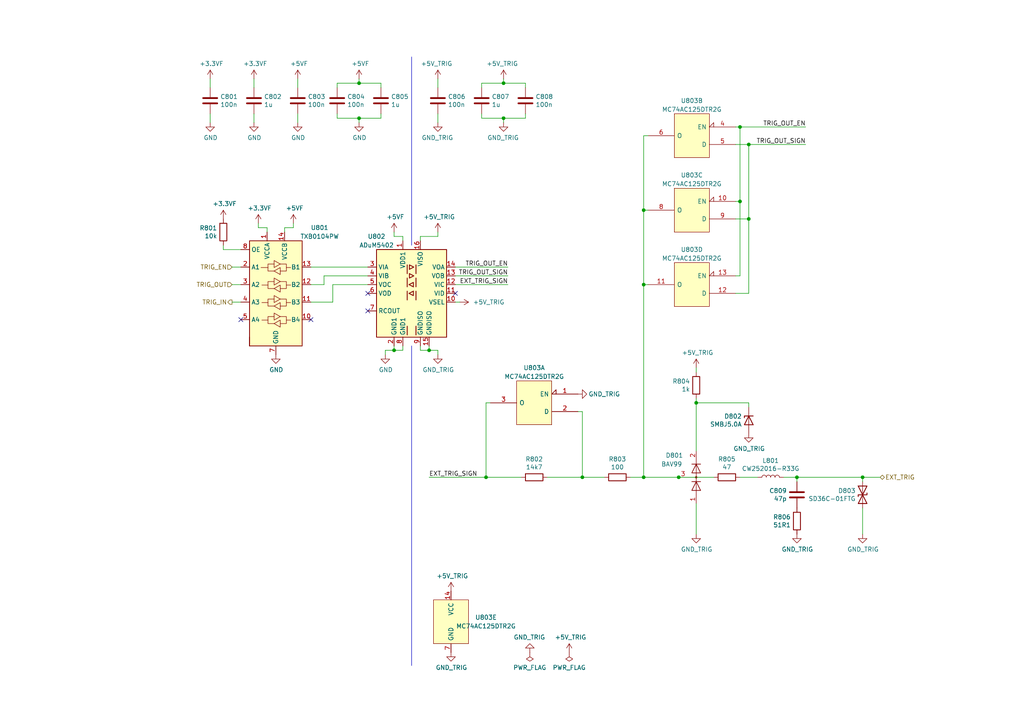
<source format=kicad_sch>
(kicad_sch (version 20230121) (generator eeschema)
  (paper "A4")
  (title_block (title "Trigger") (date "2020-03-07") (rev "1.00"))
  (lib_symbols
    (symbol "Device:C" (pin_numbers hide) (pin_names (offset 0.254))
      (property "Reference" "C" (at 0.635 2.54 0))
      (property "Value" "C" (at 0.635 -2.54 0))
      (symbol "C_0_1"
        (polyline (pts (xy -2.032 -0.762) (xy 2.032 -0.762)) (stroke (width 0.508)))
        (polyline (pts (xy -2.032 0.762) (xy 2.032 0.762)) (stroke (width 0.508)))
      )
      (symbol "C_1_1"
        (pin passive line (at 0 3.81 270) (length 2.794) (name "~") (number "1"))
        (pin passive line (at 0 -3.81 90) (length 2.794) (name "~") (number "2"))
      )
    )
    (symbol "Device:D_TVS" (pin_numbers hide) (pin_names (offset 1.016) hide)
      (property "Reference" "D" (at 0 2.54 0))
      (property "Value" "D_TVS" (at 0 -2.54 0))
      (symbol "D_TVS_0_1"
        (polyline (pts (xy 1.27 0) (xy -1.27 0)))
        (polyline (pts (xy 0.508 1.27) (xy 0 1.27) (xy 0 -1.27) (xy -0.508 -1.27)) (stroke (width 0.254)))
        (polyline (pts (xy -2.54 1.27) (xy -2.54 -1.27) (xy 2.54 1.27) (xy 2.54 -1.27) (xy -2.54 1.27)) (stroke (width 0.254)))
      )
      (symbol "D_TVS_1_1"
        (pin passive line (at -3.81 0 0) (length 2.54) (name "A1") (number "1"))
        (pin passive line (at 3.81 0 180) (length 2.54) (name "A2") (number "2"))
      )
    )
    (symbol "Device:D_Zener" (pin_numbers hide) (pin_names (offset 1.016) hide)
      (property "Reference" "D" (at 0 2.54 0))
      (property "Value" "D_Zener" (at 0 -2.54 0))
      (symbol "D_Zener_0_1"
        (polyline (pts (xy 1.27 0) (xy -1.27 0)))
        (polyline (pts (xy -1.27 -1.27) (xy -1.27 1.27) (xy -0.762 1.27)) (stroke (width 0.254)))
        (polyline (pts (xy 1.27 -1.27) (xy 1.27 1.27) (xy -1.27 0) (xy 1.27 -1.27)) (stroke (width 0.254)))
      )
      (symbol "D_Zener_1_1"
        (pin passive line (at -3.81 0 0) (length 2.54) (name "K") (number "1"))
        (pin passive line (at 3.81 0 180) (length 2.54) (name "A") (number "2"))
      )
    )
    (symbol "Device:L" (pin_numbers hide) (pin_names (offset 1.016) hide)
      (property "Reference" "L" (at -1.27 0 90))
      (property "Value" "L" (at 1.905 0 90))
      (symbol "L_0_1"
        (arc (start 0 -2.54) (mid 0.6323 -1.905) (end 0 -1.27))
        (arc (start 0 -1.27) (mid 0.6323 -0.635) (end 0 0))
        (arc (start 0 0) (mid 0.6323 0.635) (end 0 1.27))
        (arc (start 0 1.27) (mid 0.6323 1.905) (end 0 2.54))
      )
      (symbol "L_1_1"
        (pin passive line (at 0 3.81 270) (length 1.27) (name "1") (number "1"))
        (pin passive line (at 0 -3.81 90) (length 1.27) (name "2") (number "2"))
      )
    )
    (symbol "Device:R" (pin_numbers hide) (pin_names (offset 0))
      (property "Reference" "R" (at 2.032 0 90))
      (property "Value" "R" (at 0 0 90))
      (symbol "R_0_1"
        (rectangle (start -1.016 -2.54) (end 1.016 2.54) (stroke (width 0.254)))
      )
      (symbol "R_1_1"
        (pin passive line (at 0 3.81 270) (length 1.27) (name "~") (number "1"))
        (pin passive line (at 0 -3.81 90) (length 1.27) (name "~") (number "2"))
      )
    )
    (symbol "Diode:BAV99" (pin_names hide)
      (property "Reference" "D" (at 0 5.08 0))
      (property "Value" "BAV99" (at 0 2.54 0))
      (symbol "BAV99_0_1"
        (polyline (pts (xy -5.08 0) (xy 5.08 0)))
      )
      (symbol "BAV99_1_1"
        (polyline (pts (xy 0 0) (xy 0 -2.54)))
        (polyline (pts (xy -1.27 -1.27) (xy -1.27 1.27) (xy -1.27 1.27)) (stroke (width 0.2032)))
        (polyline (pts (xy 3.81 1.27) (xy 3.81 -1.27) (xy 3.81 -1.27)) (stroke (width 0.2032)))
        (polyline (pts (xy -3.81 1.27) (xy -1.27 0) (xy -3.81 -1.27) (xy -3.81 1.27) (xy -3.81 1.27) (xy -3.81 1.27)) (stroke (width 0.2032)))
        (polyline (pts (xy 1.27 1.27) (xy 3.81 0) (xy 1.27 -1.27) (xy 1.27 1.27) (xy 1.27 1.27) (xy 1.27 1.27)) (stroke (width 0.2032)))
        (circle (center 0 0) (radius 0.254) (fill (type outline)))
        (pin passive line (at -7.62 0 0) (length 2.54) (name "K") (number "1"))
        (pin passive line (at 7.62 0 180) (length 2.54) (name "A") (number "2"))
        (pin passive line (at 0 -5.08 90) (length 2.54) (name "K") (number "3"))
      )
    )
    (symbol "ETH1CDMM2-rescue:TXB0104PW-Logic_LevelTranslator"
      (property "Reference" "U" (at -6.35 16.51 0))
      (property "Value" "Logic_LevelTranslator_TXB0104PW" (at 3.81 16.51 0))
      (symbol "TXB0104PW-Logic_LevelTranslator_0_1"
        (rectangle (start -7.62 -15.24) (end -7.62 -12.7) (stroke (width 0.254)))
        (rectangle (start -7.62 15.24) (end 7.62 -15.24) (stroke (width 0.254)) (fill (type background)))
        (polyline (pts (xy -2.286 -7.747) (xy -2.286 -6.731) (xy -0.508 -6.731)))
        (polyline (pts (xy -2.286 -2.667) (xy -2.286 -1.651) (xy -0.508 -1.651)))
        (polyline (pts (xy -2.286 2.413) (xy -2.286 3.429) (xy -0.508 3.429)))
        (polyline (pts (xy -2.286 7.493) (xy -2.286 8.509) (xy -0.508 8.509)))
        (polyline (pts (xy 3.048 -7.747) (xy 3.048 -8.763) (xy 1.27 -8.763)))
        (polyline (pts (xy 3.048 -2.667) (xy 3.048 -3.683) (xy 1.27 -3.683)))
        (polyline (pts (xy 3.048 2.413) (xy 3.048 1.397) (xy 1.27 1.397)))
        (polyline (pts (xy 3.048 7.493) (xy 3.048 6.477) (xy 1.27 6.477)))
        (polyline (pts (xy -0.508 -8.763) (xy -2.286 -8.763) (xy -2.286 -7.747) (xy -4.064 -7.747)))
        (polyline (pts (xy -0.508 -8.763) (xy 1.27 -7.747) (xy 1.27 -9.779) (xy -0.508 -8.763)))
        (polyline (pts (xy -0.508 -3.683) (xy -2.286 -3.683) (xy -2.286 -2.667) (xy -4.064 -2.667)))
        (polyline (pts (xy -0.508 -3.683) (xy 1.27 -2.667) (xy 1.27 -4.699) (xy -0.508 -3.683)))
        (polyline (pts (xy -0.508 1.397) (xy -2.286 1.397) (xy -2.286 2.413) (xy -4.064 2.413)))
        (polyline (pts (xy -0.508 1.397) (xy 1.27 2.413) (xy 1.27 0.381) (xy -0.508 1.397)))
        (polyline (pts (xy -0.508 6.477) (xy -2.286 6.477) (xy -2.286 7.493) (xy -4.318 7.493)))
        (polyline (pts (xy -0.508 6.477) (xy 1.27 7.493) (xy 1.27 5.461) (xy -0.508 6.477)))
        (polyline (pts (xy 1.27 -6.731) (xy -0.508 -7.747) (xy -0.508 -5.715) (xy 1.27 -6.731)))
        (polyline (pts (xy 1.27 -6.731) (xy 3.048 -6.731) (xy 3.048 -7.747) (xy 4.318 -7.747)))
        (polyline (pts (xy 1.27 -1.651) (xy -0.508 -2.667) (xy -0.508 -0.635) (xy 1.27 -1.651)))
        (polyline (pts (xy 1.27 -1.651) (xy 3.048 -1.651) (xy 3.048 -2.667) (xy 4.318 -2.667)))
        (polyline (pts (xy 1.27 3.429) (xy -0.508 2.413) (xy -0.508 4.445) (xy 1.27 3.429)))
        (polyline (pts (xy 1.27 3.429) (xy 3.048 3.429) (xy 3.048 2.413) (xy 4.318 2.413)))
        (polyline (pts (xy 1.27 8.509) (xy -0.508 7.493) (xy -0.508 9.525) (xy 1.27 8.509)))
        (polyline (pts (xy 1.27 8.509) (xy 3.048 8.509) (xy 3.048 7.493) (xy 4.318 7.493)))
      )
      (symbol "TXB0104PW-Logic_LevelTranslator_1_1"
        (pin power_in line (at -2.54 17.78 270) (length 2.54) (name "VCCA") (number "1"))
        (pin bidirectional line (at 10.16 -7.62 180) (length 2.54) (name "B4") (number "10"))
        (pin bidirectional line (at 10.16 -2.54 180) (length 2.54) (name "B3") (number "11"))
        (pin bidirectional line (at 10.16 2.54 180) (length 2.54) (name "B2") (number "12"))
        (pin bidirectional line (at 10.16 7.62 180) (length 2.54) (name "B1") (number "13"))
        (pin power_in line (at 2.54 17.78 270) (length 2.54) (name "VCCB") (number "14"))
        (pin bidirectional line (at -10.16 7.62 0) (length 2.54) (name "A1") (number "2"))
        (pin bidirectional line (at -10.16 2.54 0) (length 2.54) (name "A2") (number "3"))
        (pin bidirectional line (at -10.16 -2.54 0) (length 2.54) (name "A3") (number "4"))
        (pin bidirectional line (at -10.16 -7.62 0) (length 2.54) (name "A4") (number "5"))
        (pin no_connect line (at -10.16 -12.7 0) (length 2.54) hide (name "NC") (number "6"))
        (pin power_in line (at 0 -17.78 90) (length 2.54) (name "GND") (number "7"))
        (pin input line (at -10.16 12.7 0) (length 2.54) (name "OE") (number "8"))
        (pin no_connect line (at 10.16 -12.7 180) (length 2.54) hide (name "NC") (number "9"))
      )
    )
    (symbol "ETH1CDMM2:+3.3VF" (power) (pin_names (offset 0))
      (property "Value" "+3.3VF" (at 0 3.556 0))
      (symbol "+3.3VF_0_1"
        (polyline (pts (xy -0.762 1.27) (xy 0 2.54)))
        (polyline (pts (xy 0 0) (xy 0 2.54)))
        (polyline (pts (xy 0 2.54) (xy 0.762 1.27)))
      )
      (symbol "+3.3VF_1_1"
        (pin power_in line (at 0 0 90) (length 0) hide (name "+3.3VF") (number "1"))
      )
    )
    (symbol "ETH1CDMM2:+5VF" (power) (pin_names (offset 0))
      (property "Value" "+5VF" (at 0 3.556 0))
      (symbol "+5VF_0_1"
        (polyline (pts (xy -0.762 1.27) (xy 0 2.54)))
        (polyline (pts (xy 0 0) (xy 0 2.54)))
        (polyline (pts (xy 0 2.54) (xy 0.762 1.27)))
      )
      (symbol "+5VF_1_1"
        (pin power_in line (at 0 0 90) (length 0) hide (name "+5VF") (number "1"))
      )
    )
    (symbol "ETH1CDMM2:+5V_TRIG" (power) (pin_names (offset 0))
      (property "Value" "+5V_TRIG" (at 0 3.556 0))
      (symbol "+5V_TRIG_0_1"
        (polyline (pts (xy -0.762 1.27) (xy 0 2.54)))
        (polyline (pts (xy 0 0) (xy 0 2.54)))
        (polyline (pts (xy 0 2.54) (xy 0.762 1.27)))
      )
      (symbol "+5V_TRIG_1_1"
        (pin power_in line (at 0 0 90) (length 0) hide (name "+5V_TRIG") (number "1"))
      )
    )
    (symbol "ETH1CDMM2:74AC125" (pin_names (offset 0.762))
      (property "Reference" "U" (at 8.89 6.35 0))
      (property "Value" "74AC125" (at 6.35 5.08 0))
      (symbol "74AC125_0_1"
        (rectangle (start -5.08 6.35) (end 5.08 -6.35) (fill (type background)))
      )
      (symbol "74AC125_1_0"
        (pin input input_low (at -12.7 2.54 0) (length 7.62) (name "EN") (number "1"))
      )
      (symbol "74AC125_1_1"
        (pin input line (at -12.7 -2.54 0) (length 7.62) (name "D") (number "2"))
        (pin tri_state line (at 12.7 0 180) (length 7.62) (name "O") (number "3"))
      )
      (symbol "74AC125_2_0"
        (pin input input_low (at -12.7 2.54 0) (length 7.62) (name "EN") (number "4"))
      )
      (symbol "74AC125_2_1"
        (pin input line (at -12.7 -2.54 0) (length 7.62) (name "D") (number "5"))
        (pin tri_state line (at 12.7 0 180) (length 7.62) (name "O") (number "6"))
      )
      (symbol "74AC125_3_0"
        (pin input input_low (at -12.7 2.54 0) (length 7.62) (name "EN") (number "10"))
      )
      (symbol "74AC125_3_1"
        (pin tri_state line (at 12.7 0 180) (length 7.62) (name "O") (number "8"))
        (pin input line (at -12.7 -2.54 0) (length 7.62) (name "D") (number "9"))
      )
      (symbol "74AC125_4_0"
        (pin input input_low (at -12.7 2.54 0) (length 7.62) (name "EN") (number "13"))
      )
      (symbol "74AC125_4_1"
        (pin tri_state line (at 12.7 0 180) (length 7.62) (name "O") (number "11"))
        (pin input line (at -12.7 -2.54 0) (length 7.62) (name "D") (number "12"))
      )
      (symbol "74AC125_5_1"
        (pin passive line (at 0 8.89 270) (length 2.54) (name "VCC") (number "14"))
        (pin passive line (at 0 -8.89 90) (length 2.54) (name "GND") (number "7"))
      )
    )
    (symbol "ETH1CDMM2:GND_TRIG" (power) (pin_names (offset 0))
      (property "Value" "GND_TRIG" (at 0 -3.81 0))
      (symbol "GND_TRIG_0_1"
        (polyline (pts (xy 0 0) (xy 0 -1.27) (xy 1.27 -1.27) (xy 0 -2.54) (xy -1.27 -1.27) (xy 0 -1.27)))
      )
      (symbol "GND_TRIG_1_1"
        (pin power_in line (at 0 0 270) (length 0) hide (name "GND_TRIG") (number "1"))
      )
    )
    (symbol "Isolator:ADuM5402"
      (property "Reference" "U" (at -10.16 13.97 0))
      (property "Value" "ADuM5402" (at 3.81 13.97 0))
      (symbol "ADuM5402_0_1"
        (rectangle (start -10.16 12.7) (end 10.16 -12.7) (stroke (width 0.254)) (fill (type background)))
        (polyline (pts (xy -1.27 -9.525) (xy -1.27 -12.065)) (stroke (width 0.254)))
        (polyline (pts (xy -1.27 0.635) (xy -1.27 -1.905)) (stroke (width 0.254)))
        (polyline (pts (xy -1.27 4.445) (xy -1.27 1.905)) (stroke (width 0.254)))
        (polyline (pts (xy -1.27 8.255) (xy -1.27 5.715)) (stroke (width 0.254)))
        (polyline (pts (xy 1.27 -9.525) (xy 1.27 -12.065)) (stroke (width 0.254)))
        (polyline (pts (xy 1.27 0.635) (xy 1.27 -1.905)) (stroke (width 0.254)))
        (polyline (pts (xy 1.27 4.445) (xy 1.27 1.905)) (stroke (width 0.254)))
        (polyline (pts (xy 1.27 8.255) (xy 1.27 5.715)) (stroke (width 0.254)))
        (polyline (pts (xy -0.635 5.715) (xy -0.635 4.445) (xy 0.635 5.08) (xy -0.635 5.715)) (stroke (width 0.254)))
        (polyline (pts (xy -0.635 6.985) (xy 0.635 7.62) (xy -0.635 8.255) (xy -0.635 6.985)) (stroke (width 0.254)))
        (polyline (pts (xy 0.508 0.635) (xy 0.508 -0.635) (xy -0.762 0) (xy 0.508 0.635)) (stroke (width 0.254)))
        (polyline (pts (xy 0.508 1.905) (xy -0.762 2.54) (xy 0.508 3.175) (xy 0.508 1.905)) (stroke (width 0.254)))
      )
      (symbol "ADuM5402_1_1"
        (pin power_in line (at -2.54 15.24 270) (length 2.54) (name "VDD1") (number "1"))
        (pin input line (at 12.7 -2.54 180) (length 2.54) (name "VSEL") (number "10"))
        (pin input line (at 12.7 0 180) (length 2.54) (name "VID") (number "11"))
        (pin input line (at 12.7 2.54 180) (length 2.54) (name "VIC") (number "12"))
        (pin output line (at 12.7 5.08 180) (length 2.54) (name "VOB") (number "13"))
        (pin output line (at 12.7 7.62 180) (length 2.54) (name "VOA") (number "14"))
        (pin power_in line (at 5.08 -15.24 90) (length 2.54) (name "GNDISO") (number "15"))
        (pin power_in line (at 2.54 15.24 270) (length 2.54) (name "VISO") (number "16"))
        (pin power_in line (at -5.08 -15.24 90) (length 2.54) (name "GND1") (number "2"))
        (pin input line (at -12.7 7.62 0) (length 2.54) (name "VIA") (number "3"))
        (pin input line (at -12.7 5.08 0) (length 2.54) (name "VIB") (number "4"))
        (pin output line (at -12.7 2.54 0) (length 2.54) (name "VOC") (number "5"))
        (pin output line (at -12.7 0 0) (length 2.54) (name "VOD") (number "6"))
        (pin output line (at -12.7 -5.08 0) (length 2.54) (name "RCOUT") (number "7"))
        (pin power_in line (at -2.54 -15.24 90) (length 2.54) (name "GND1") (number "8"))
        (pin power_in line (at 2.54 -15.24 90) (length 2.54) (name "GNDISO") (number "9"))
      )
    )
    (symbol "power:GND" (power) (pin_names (offset 0))
      (property "Value" "GND" (at 0 -3.81 0))
      (symbol "GND_0_1"
        (polyline (pts (xy 0 0) (xy 0 -1.27) (xy 1.27 -1.27) (xy 0 -2.54) (xy -1.27 -1.27) (xy 0 -1.27)))
      )
      (symbol "GND_1_1"
        (pin power_in line (at 0 0 270) (length 0) hide (name "GND") (number "1"))
      )
    )
    (symbol "power:PWR_FLAG" (power) (pin_numbers hide) (pin_names (offset 0) hide)
      (property "Value" "PWR_FLAG" (at 0 3.81 0))
      (symbol "PWR_FLAG_0_0"
        (pin power_out line (at 0 0 90) (length 0) (name "pwr") (number "1"))
      )
      (symbol "PWR_FLAG_0_1"
        (polyline (pts (xy 0 0) (xy 0 1.27) (xy -1.016 1.905) (xy 0 2.54) (xy 1.016 1.905) (xy 0 1.27)))
      )
    )
  )
  (junction (at 196.85 138.43))
  (junction (at 168.91 138.43))
  (junction (at 104.14 34.29))
  (junction (at 114.3 101.6))
  (junction (at 201.93 116.84))
  (junction (at 146.05 34.29))
  (junction (at 250.19 138.43))
  (junction (at 186.69 60.96))
  (junction (at 186.69 138.43))
  (junction (at 217.17 63.5))
  (junction (at 146.05 24.13))
  (junction (at 214.63 36.83))
  (junction (at 124.46 101.6))
  (junction (at 140.97 138.43))
  (junction (at 231.14 138.43))
  (junction (at 186.69 82.55))
  (junction (at 104.14 24.13))
  (junction (at 217.17 41.91))
  (junction (at 214.63 58.42))
  (no_connect (at 90.17 92.71))
  (no_connect (at 69.85 92.71))
  (no_connect (at 132.08 85.09))
  (no_connect (at 106.68 90.17))
  (no_connect (at 106.68 85.09))
  (wire (pts (xy 60.96 25.4) (xy 60.96 22.86)))
  (wire (pts (xy 110.49 25.4) (xy 110.49 24.13)))
  (wire (pts (xy 90.17 87.63) (xy 96.52 87.63)))
  (wire (pts (xy 250.19 139.7) (xy 250.19 138.43)))
  (wire (pts (xy 140.97 116.84) (xy 142.24 116.84)))
  (wire (pts (xy 152.4 24.13) (xy 152.4 25.4)))
  (wire (pts (xy 121.92 101.6) (xy 124.46 101.6)))
  (wire (pts (xy 116.84 68.58) (xy 114.3 68.58)))
  (wire (pts (xy 110.49 24.13) (xy 104.14 24.13)))
  (wire (pts (xy 77.47 67.31) (xy 77.47 66.04)))
  (wire (pts (xy 93.98 82.55) (xy 90.17 82.55)))
  (wire (pts (xy 111.76 101.6) (xy 114.3 101.6)))
  (wire (pts (xy 127 101.6) (xy 127 102.87)))
  (wire (pts (xy 82.55 66.04) (xy 85.09 66.04)))
  (wire (pts (xy 67.31 87.63) (xy 69.85 87.63)))
  (wire (pts (xy 140.97 138.43) (xy 124.46 138.43)))
  (wire (pts (xy 114.3 68.58) (xy 114.3 67.31)))
  (wire (pts (xy 82.55 67.31) (xy 82.55 66.04)))
  (wire (pts (xy 133.35 87.63) (xy 132.08 87.63)))
  (wire (pts (xy 104.14 24.13) (xy 97.79 24.13)))
  (wire (pts (xy 93.98 80.01) (xy 93.98 82.55)))
  (wire (pts (xy 147.32 82.55) (xy 132.08 82.55)))
  (wire (pts (xy 60.96 35.56) (xy 60.96 33.02)))
  (wire (pts (xy 227.33 138.43) (xy 231.14 138.43)))
  (wire (pts (xy 168.91 138.43) (xy 175.26 138.43)))
  (wire (pts (xy 111.76 102.87) (xy 111.76 101.6)))
  (wire (pts (xy 217.17 116.84) (xy 201.93 116.84)))
  (wire (pts (xy 214.63 80.01) (xy 214.63 58.42)))
  (wire (pts (xy 64.77 72.39) (xy 64.77 71.12)))
  (wire (pts (xy 73.66 22.86) (xy 73.66 25.4)))
  (wire (pts (xy 250.19 138.43) (xy 231.14 138.43)))
  (wire (pts (xy 217.17 41.91) (xy 217.17 63.5)))
  (wire (pts (xy 86.36 33.02) (xy 86.36 35.56)))
  (wire (pts (xy 110.49 34.29) (xy 104.14 34.29)))
  (wire (pts (xy 127 68.58) (xy 121.92 68.58)))
  (wire (pts (xy 146.05 35.56) (xy 146.05 34.29)))
  (wire (pts (xy 167.64 119.38) (xy 168.91 119.38)))
  (wire (pts (xy 213.36 58.42) (xy 214.63 58.42)))
  (wire (pts (xy 201.93 146.05) (xy 201.93 154.94)))
  (wire (pts (xy 121.92 68.58) (xy 121.92 69.85)))
  (wire (pts (xy 186.69 60.96) (xy 186.69 82.55)))
  (wire (pts (xy 186.69 39.37) (xy 186.69 60.96)))
  (wire (pts (xy 86.36 22.86) (xy 86.36 25.4)))
  (wire (pts (xy 140.97 138.43) (xy 140.97 116.84)))
  (wire (pts (xy 85.09 66.04) (xy 85.09 64.77)))
  (wire (pts (xy 152.4 34.29) (xy 152.4 33.02)))
  (wire (pts (xy 217.17 85.09) (xy 213.36 85.09)))
  (wire (pts (xy 146.05 24.13) (xy 152.4 24.13)))
  (wire (pts (xy 74.93 66.04) (xy 74.93 64.77)))
  (wire (pts (xy 207.01 138.43) (xy 196.85 138.43)))
  (wire (pts (xy 146.05 22.86) (xy 146.05 24.13)))
  (polyline (pts (xy 119.38 16.51) (xy 119.38 71.12)))
  (wire (pts (xy 127 67.31) (xy 127 68.58)))
  (wire (pts (xy 146.05 34.29) (xy 152.4 34.29)))
  (wire (pts (xy 106.68 80.01) (xy 93.98 80.01)))
  (wire (pts (xy 116.84 101.6) (xy 114.3 101.6)))
  (wire (pts (xy 187.96 60.96) (xy 186.69 60.96)))
  (wire (pts (xy 110.49 33.02) (xy 110.49 34.29)))
  (wire (pts (xy 77.47 66.04) (xy 74.93 66.04)))
  (wire (pts (xy 217.17 63.5) (xy 217.17 85.09)))
  (wire (pts (xy 186.69 82.55) (xy 186.69 138.43)))
  (wire (pts (xy 255.27 138.43) (xy 250.19 138.43)))
  (wire (pts (xy 217.17 41.91) (xy 233.68 41.91)))
  (wire (pts (xy 116.84 100.33) (xy 116.84 101.6)))
  (wire (pts (xy 196.85 138.43) (xy 186.69 138.43)))
  (wire (pts (xy 116.84 69.85) (xy 116.84 68.58)))
  (wire (pts (xy 90.17 77.47) (xy 106.68 77.47)))
  (wire (pts (xy 124.46 101.6) (xy 127 101.6)))
  (wire (pts (xy 127 25.4) (xy 127 22.86)))
  (wire (pts (xy 187.96 39.37) (xy 186.69 39.37)))
  (wire (pts (xy 67.31 82.55) (xy 69.85 82.55)))
  (wire (pts (xy 96.52 87.63) (xy 96.52 82.55)))
  (wire (pts (xy 213.36 41.91) (xy 217.17 41.91)))
  (wire (pts (xy 168.91 119.38) (xy 168.91 138.43)))
  (wire (pts (xy 124.46 100.33) (xy 124.46 101.6)))
  (wire (pts (xy 121.92 100.33) (xy 121.92 101.6)))
  (wire (pts (xy 67.31 77.47) (xy 69.85 77.47)))
  (wire (pts (xy 114.3 101.6) (xy 114.3 100.33)))
  (wire (pts (xy 104.14 22.86) (xy 104.14 24.13)))
  (wire (pts (xy 97.79 34.29) (xy 97.79 33.02)))
  (wire (pts (xy 214.63 36.83) (xy 233.68 36.83)))
  (wire (pts (xy 213.36 80.01) (xy 214.63 80.01)))
  (wire (pts (xy 158.75 138.43) (xy 168.91 138.43)))
  (wire (pts (xy 201.93 106.68) (xy 201.93 107.95)))
  (wire (pts (xy 73.66 33.02) (xy 73.66 35.56)))
  (wire (pts (xy 132.08 80.01) (xy 147.32 80.01)))
  (wire (pts (xy 127 35.56) (xy 127 33.02)))
  (polyline (pts (xy 119.38 100.33) (xy 119.38 193.04)))
  (wire (pts (xy 104.14 35.56) (xy 104.14 34.29)))
  (wire (pts (xy 214.63 58.42) (xy 214.63 36.83)))
  (wire (pts (xy 97.79 24.13) (xy 97.79 25.4)))
  (wire (pts (xy 201.93 116.84) (xy 201.93 130.81)))
  (wire (pts (xy 139.7 24.13) (xy 146.05 24.13)))
  (wire (pts (xy 139.7 25.4) (xy 139.7 24.13)))
  (wire (pts (xy 96.52 82.55) (xy 106.68 82.55)))
  (wire (pts (xy 69.85 72.39) (xy 64.77 72.39)))
  (wire (pts (xy 231.14 138.43) (xy 231.14 139.7)))
  (wire (pts (xy 147.32 77.47) (xy 132.08 77.47)))
  (wire (pts (xy 214.63 36.83) (xy 213.36 36.83)))
  (wire (pts (xy 139.7 34.29) (xy 146.05 34.29)))
  (wire (pts (xy 217.17 118.11) (xy 217.17 116.84)))
  (wire (pts (xy 201.93 115.57) (xy 201.93 116.84)))
  (wire (pts (xy 250.19 154.94) (xy 250.19 147.32)))
  (wire (pts (xy 139.7 33.02) (xy 139.7 34.29)))
  (wire (pts (xy 151.13 138.43) (xy 140.97 138.43)))
  (wire (pts (xy 182.88 138.43) (xy 186.69 138.43)))
  (wire (pts (xy 213.36 63.5) (xy 217.17 63.5)))
  (wire (pts (xy 214.63 138.43) (xy 219.71 138.43)))
  (wire (pts (xy 104.14 34.29) (xy 97.79 34.29)))
  (wire (pts (xy 186.69 82.55) (xy 187.96 82.55)))
  (label "EXT_TRIG_SIGN" (at 147.32 82.55 180))
  (label "TRIG_OUT_SIGN" (at 147.32 80.01 180))
  (label "TRIG_OUT_SIGN" (at 233.68 41.91 180))
  (label "EXT_TRIG_SIGN" (at 124.46 138.43 0))
  (label "TRIG_OUT_EN" (at 233.68 36.83 180))
  (label "TRIG_OUT_EN" (at 147.32 77.47 180))
  (hierarchical_label "TRIG_OUT" (shape input) (at 67.31 82.55 180))
  (hierarchical_label "EXT_TRIG" (shape bidirectional) (at 255.27 138.43 0))
  (hierarchical_label "TRIG_IN" (shape output) (at 67.31 87.63 180))
  (hierarchical_label "TRIG_EN" (shape input) (at 67.31 77.47 180))
  (symbol (lib_id "Device:D_TVS") (at 250.19 143.51 90) (mirror x) (unit 1)
    (property "Reference" "D803" (at 248.1834 142.3416 90) (effects (justify left)))
    (property "Value" "SD36C-01FTG" (at 248.1834 144.653 90) (effects (justify left)))
    (property "Footprint" "Diode_SMD:D_SOD-323_HandSoldering" (effects hide))
  )
  (symbol (lib_id "Device:C") (at 231.14 143.51 0) (mirror y) (unit 1)
    (property "Reference" "C809" (at 228.219 142.3416 0) (effects (justify left)))
    (property "Value" "47p" (at 228.219 144.653 0) (effects (justify left)))
    (property "Footprint" "Capacitor_SMD:C_0603_1608Metric_Pad1.08x0.95mm_HandSolder" (effects hide))
  )
  (symbol (lib_id "Device:R") (at 231.14 151.13 0) (mirror y) (unit 1)
    (property "Reference" "R806" (at 229.362 149.9616 0) (effects (justify left)))
    (property "Value" "51R1" (at 229.362 152.273 0) (effects (justify left)))
    (property "Footprint" "Resistor_SMD:R_0603_1608Metric_Pad0.98x0.95mm_HandSolder" (effects hide))
  )
  (symbol (lib_id "Device:L") (at 223.52 138.43 270) (mirror x) (unit 1)
    (property "Reference" "L801" (at 223.52 133.604 90))
    (property "Value" "CW252016-R33G" (at 223.52 135.9154 90))
    (property "Footprint" "ETH1CDMM2:CW252016" (effects hide))
  )
  (symbol (lib_id "Device:R") (at 210.82 138.43 90) (mirror x) (unit 1)
    (property "Reference" "R805" (at 210.82 133.1722 90))
    (property "Value" "47" (at 210.82 135.4836 90))
    (property "Footprint" "Resistor_SMD:R_0603_1608Metric_Pad0.98x0.95mm_HandSolder" (effects hide))
  )
  (symbol (lib_id "Device:D_Zener") (at 217.17 121.92 90) (mirror x) (unit 1)
    (property "Reference" "D802" (at 215.1634 120.7516 90) (effects (justify left)))
    (property "Value" "SMBJ5.0A" (at 215.1634 123.063 90) (effects (justify left)))
    (property "Footprint" "Diode_SMD:D_SMB" (effects hide))
  )
  (symbol (lib_id "Device:R") (at 201.93 111.76 0) (mirror y) (unit 1)
    (property "Reference" "R804" (at 200.152 110.5916 0) (effects (justify left)))
    (property "Value" "1k" (at 200.152 112.903 0) (effects (justify left)))
    (property "Footprint" "Resistor_SMD:R_0603_1608Metric_Pad0.98x0.95mm_HandSolder" (effects hide))
  )
  (symbol (lib_id "ETH1CDMM2:74AC125") (at 130.81 180.34 0) (mirror y) (unit 5)
    (property "Reference" "U803" (at 140.97 179.07 0))
    (property "Value" "MC74AC125DTR2G" (at 140.97 181.61 0))
    (property "Footprint" "Package_SO:TSSOP-14_4.4x5mm_P0.65mm" (effects hide))
  )
  (symbol (lib_id "ETH1CDMM2:74AC125") (at 200.66 60.96 0) (mirror y) (unit 3)
    (property "Reference" "U803" (at 200.66 50.8 0))
    (property "Value" "MC74AC125DTR2G" (at 200.66 53.34 0))
    (property "Footprint" "Package_SO:TSSOP-14_4.4x5mm_P0.65mm" (effects hide))
  )
  (symbol (lib_id "ETH1CDMM2:74AC125") (at 200.66 39.37 0) (mirror y) (unit 2)
    (property "Reference" "U803" (at 200.66 29.21 0))
    (property "Value" "MC74AC125DTR2G" (at 200.66 31.75 0))
    (property "Footprint" "Package_SO:TSSOP-14_4.4x5mm_P0.65mm" (effects hide))
  )
  (symbol (lib_id "Device:R") (at 179.07 138.43 90) (mirror x) (unit 1)
    (property "Reference" "R803" (at 179.07 133.1722 90))
    (property "Value" "100" (at 179.07 135.4836 90))
    (property "Footprint" "Resistor_SMD:R_0603_1608Metric_Pad0.98x0.95mm_HandSolder" (effects hide))
  )
  (symbol (lib_id "Device:R") (at 154.94 138.43 90) (mirror x) (unit 1)
    (property "Reference" "R802" (at 154.94 133.1722 90))
    (property "Value" "14k7" (at 154.94 135.4836 90))
    (property "Footprint" "Resistor_SMD:R_0603_1608Metric_Pad0.98x0.95mm_HandSolder" (effects hide))
  )
  (symbol (lib_id "Device:C") (at 110.49 29.21 0) (unit 1)
    (property "Reference" "C805" (at 113.411 28.0416 0) (effects (justify left)))
    (property "Value" "1u" (at 113.411 30.353 0) (effects (justify left)))
    (property "Footprint" "Capacitor_SMD:C_0603_1608Metric_Pad1.08x0.95mm_HandSolder" (effects hide))
  )
  (symbol (lib_id "Device:C") (at 97.79 29.21 0) (unit 1)
    (property "Reference" "C804" (at 100.711 28.0416 0) (effects (justify left)))
    (property "Value" "100n" (at 100.711 30.353 0) (effects (justify left)))
    (property "Footprint" "Capacitor_SMD:C_0603_1608Metric_Pad1.08x0.95mm_HandSolder" (effects hide))
  )
  (symbol (lib_id "Device:C") (at 139.7 29.21 0) (unit 1)
    (property "Reference" "C807" (at 142.621 28.0416 0) (effects (justify left)))
    (property "Value" "1u" (at 142.621 30.353 0) (effects (justify left)))
    (property "Footprint" "Capacitor_SMD:C_0603_1608Metric_Pad1.08x0.95mm_HandSolder" (effects hide))
  )
  (symbol (lib_id "Device:C") (at 152.4 29.21 0) (unit 1)
    (property "Reference" "C808" (at 155.321 28.0416 0) (effects (justify left)))
    (property "Value" "100n" (at 155.321 30.353 0) (effects (justify left)))
    (property "Footprint" "Capacitor_SMD:C_0603_1608Metric_Pad1.08x0.95mm_HandSolder" (effects hide))
  )
  (symbol (lib_id "Device:C") (at 127 29.21 0) (unit 1)
    (property "Reference" "C806" (at 129.921 28.0416 0) (effects (justify left)))
    (property "Value" "100n" (at 129.921 30.353 0) (effects (justify left)))
    (property "Footprint" "Capacitor_SMD:C_0603_1608Metric_Pad1.08x0.95mm_HandSolder" (effects hide))
  )
  (symbol (lib_id "Isolator:ADuM5402") (at 119.38 85.09 0) (unit 1)
    (property "Reference" "U802" (at 109.22 68.58 0))
    (property "Value" "ADuM5402" (at 109.22 71.12 0))
    (property "Footprint" "Package_SO:SOIC-16W_7.5x10.3mm_P1.27mm" (effects hide))
    (property "Datasheet" "https://www.analog.com/media/en/technical-documentation/data-sheets/ADuM5401_5402_5403_5404.pdf" (effects hide))
  )
  (symbol (lib_id "ETH1CDMM2:74AC125") (at 200.66 82.55 0) (mirror y) (unit 4)
    (property "Reference" "U803" (at 200.66 72.39 0))
    (property "Value" "MC74AC125DTR2G" (at 200.66 74.93 0))
    (property "Footprint" "Package_SO:TSSOP-14_4.4x5mm_P0.65mm" (effects hide))
  )
  (symbol (lib_id "Diode:BAV99") (at 201.93 138.43 270) (mirror x) (unit 1)
    (property "Reference" "D801" (at 193.04 132.08 90) (effects (justify left)))
    (property "Value" "BAV99" (at 191.77 134.62 90) (effects (justify left)))
    (property "Footprint" "Package_TO_SOT_SMD:SOT-23" (effects hide))
    (property "Datasheet" "https://assets.nexperia.com/documents/data-sheet/BAV99_SER.pdf" (effects hide))
  )
  (symbol (lib_id "ETH1CDMM2:GND_TRIG") (at 153.67 189.23 180) (unit 1)
    (property "Reference" "#PWR0824" (effects hide))
    (property "Value" "GND_TRIG" (at 153.543 184.8358 0))
  )
  (symbol (lib_id "power:PWR_FLAG") (at 153.67 189.23 180) (unit 1)
    (property "Reference" "#FLG0801" (effects hide))
    (property "Value" "PWR_FLAG" (at 153.67 193.6242 0))
  )
  (symbol (lib_id "power:PWR_FLAG") (at 165.1 189.23 180) (unit 1)
    (property "Reference" "#FLG0802" (effects hide))
    (property "Value" "PWR_FLAG" (at 165.1 193.6242 0))
  )
  (symbol (lib_id "ETH1CDMM2:+5V_TRIG") (at 165.1 189.23 0) (unit 1)
    (property "Reference" "#PWR0825" (effects hide))
    (property "Value" "+5V_TRIG" (at 165.481 184.8358 0))
  )
  (symbol (lib_id "ETH1CDMM2-rescue:TXB0104PW-Logic_LevelTranslator") (at 80.01 85.09 0) (unit 1)
    (property "Reference" "U801" (at 92.71 66.04 0))
    (property "Value" "TXB0104PW" (at 92.71 68.58 0))
    (property "Footprint" "Package_SO:TSSOP-14_4.4x5mm_P0.65mm" (effects hide))
    (property "Datasheet" "http://www.ti.com/lit/ds/symlink/txb0104.pdf" (effects hide))
  )
  (symbol (lib_id "Device:R") (at 64.77 67.31 0) (unit 1)
    (property "Reference" "R801" (at 62.992 66.1416 0) (effects (justify right)))
    (property "Value" "10k" (at 62.992 68.453 0) (effects (justify right)))
    (property "Footprint" "Resistor_SMD:R_0603_1608Metric_Pad0.98x0.95mm_HandSolder" (effects hide))
  )
  (symbol (lib_id "Device:C") (at 60.96 29.21 0) (unit 1)
    (property "Reference" "C801" (at 63.881 28.0416 0) (effects (justify left)))
    (property "Value" "100n" (at 63.881 30.353 0) (effects (justify left)))
    (property "Footprint" "Capacitor_SMD:C_0603_1608Metric_Pad1.08x0.95mm_HandSolder" (effects hide))
  )
  (symbol (lib_id "Device:C") (at 73.66 29.21 0) (unit 1)
    (property "Reference" "C802" (at 76.581 28.0416 0) (effects (justify left)))
    (property "Value" "1u" (at 76.581 30.353 0) (effects (justify left)))
    (property "Footprint" "Capacitor_SMD:C_0603_1608Metric_Pad1.08x0.95mm_HandSolder" (effects hide))
  )
  (symbol (lib_id "power:GND") (at 73.66 35.56 0) (unit 1)
    (property "Reference" "#PWR0805" (effects hide))
    (property "Value" "GND" (at 73.787 39.9542 0))
  )
  (symbol (lib_id "power:GND") (at 60.96 35.56 0) (unit 1)
    (property "Reference" "#PWR0802" (effects hide))
    (property "Value" "GND" (at 61.087 39.9542 0))
  )
  (symbol (lib_id "power:GND") (at 80.01 102.87 0) (unit 1)
    (property "Reference" "#PWR0807" (effects hide))
    (property "Value" "GND" (at 80.137 107.2642 0))
  )
  (symbol (lib_id "ETH1CDMM2:+3.3VF") (at 74.93 64.77 0) (unit 1)
    (property "Reference" "#PWR0806" (effects hide))
    (property "Value" "+3.3VF" (at 75.311 60.3758 0))
  )
  (symbol (lib_id "ETH1CDMM2:+3.3VF") (at 64.77 63.5 0) (unit 1)
    (property "Reference" "#PWR0803" (effects hide))
    (property "Value" "+3.3VF" (at 65.151 59.1058 0))
  )
  (symbol (lib_id "ETH1CDMM2:+3.3VF") (at 60.96 22.86 0) (unit 1)
    (property "Reference" "#PWR0801" (effects hide))
    (property "Value" "+3.3VF" (at 61.341 18.4658 0))
  )
  (symbol (lib_id "ETH1CDMM2:+3.3VF") (at 73.66 22.86 0) (unit 1)
    (property "Reference" "#PWR0804" (effects hide))
    (property "Value" "+3.3VF" (at 74.041 18.4658 0))
  )
  (symbol (lib_id "ETH1CDMM2:+5VF") (at 85.09 64.77 0) (unit 1)
    (property "Reference" "#PWR0808" (effects hide))
    (property "Value" "+5VF" (at 85.471 60.3758 0))
  )
  (symbol (lib_id "ETH1CDMM2:+5VF") (at 114.3 67.31 0) (unit 1)
    (property "Reference" "#PWR0814" (effects hide))
    (property "Value" "+5VF" (at 114.681 62.9158 0))
  )
  (symbol (lib_id "ETH1CDMM2:+5VF") (at 104.14 22.86 0) (unit 1)
    (property "Reference" "#PWR0811" (effects hide))
    (property "Value" "+5VF" (at 104.521 18.4658 0))
  )
  (symbol (lib_id "Device:C") (at 86.36 29.21 0) (unit 1)
    (property "Reference" "C803" (at 89.281 28.0416 0) (effects (justify left)))
    (property "Value" "100n" (at 89.281 30.353 0) (effects (justify left)))
    (property "Footprint" "Capacitor_SMD:C_0603_1608Metric_Pad1.08x0.95mm_HandSolder" (effects hide))
  )
  (symbol (lib_id "power:GND") (at 86.36 35.56 0) (unit 1)
    (property "Reference" "#PWR0810" (effects hide))
    (property "Value" "GND" (at 86.487 39.9542 0))
  )
  (symbol (lib_id "ETH1CDMM2:+5VF") (at 86.36 22.86 0) (unit 1)
    (property "Reference" "#PWR0809" (effects hide))
    (property "Value" "+5VF" (at 86.741 18.4658 0))
  )
  (symbol (lib_id "ETH1CDMM2:74AC125") (at 154.94 116.84 0) (mirror y) (unit 1)
    (property "Reference" "U803" (at 154.94 106.68 0))
    (property "Value" "MC74AC125DTR2G" (at 154.94 109.22 0))
    (property "Footprint" "Package_SO:TSSOP-14_4.4x5mm_P0.65mm" (effects hide))
  )
  (symbol (lib_id "ETH1CDMM2:+5V_TRIG") (at 130.81 171.45 0) (unit 1)
    (property "Reference" "#PWR0819" (effects hide))
    (property "Value" "+5V_TRIG" (at 131.191 167.0558 0))
  )
  (symbol (lib_id "ETH1CDMM2:GND_TRIG") (at 130.81 189.23 0) (unit 1)
    (property "Reference" "#PWR0820" (effects hide))
    (property "Value" "GND_TRIG" (at 130.937 193.6242 0))
  )
  (symbol (lib_id "ETH1CDMM2:GND_TRIG") (at 167.64 114.3 90) (unit 1)
    (property "Reference" "#PWR0826" (effects hide))
    (property "Value" "GND_TRIG" (at 175.26 114.3 90))
  )
  (symbol (lib_id "power:GND") (at 104.14 35.56 0) (unit 1)
    (property "Reference" "#PWR0812" (effects hide))
    (property "Value" "GND" (at 104.267 39.9542 0))
  )
  (symbol (lib_id "power:GND") (at 111.76 102.87 0) (unit 1)
    (property "Reference" "#PWR0813" (effects hide))
    (property "Value" "GND" (at 111.887 107.2642 0))
  )
  (symbol (lib_id "ETH1CDMM2:GND_TRIG") (at 127 102.87 0) (unit 1)
    (property "Reference" "#PWR0818" (effects hide))
    (property "Value" "GND_TRIG" (at 127.127 107.2642 0))
  )
  (symbol (lib_id "ETH1CDMM2:GND_TRIG") (at 201.93 154.94 0) (unit 1)
    (property "Reference" "#PWR0828" (effects hide))
    (property "Value" "GND_TRIG" (at 202.057 159.3342 0))
  )
  (symbol (lib_id "ETH1CDMM2:GND_TRIG") (at 231.14 154.94 0) (unit 1)
    (property "Reference" "#PWR0830" (effects hide))
    (property "Value" "GND_TRIG" (at 231.267 159.3342 0))
  )
  (symbol (lib_id "ETH1CDMM2:GND_TRIG") (at 250.19 154.94 0) (unit 1)
    (property "Reference" "#PWR0831" (effects hide))
    (property "Value" "GND_TRIG" (at 250.317 159.3342 0))
  )
  (symbol (lib_id "ETH1CDMM2:GND_TRIG") (at 217.17 125.73 0) (unit 1)
    (property "Reference" "#PWR0829" (effects hide))
    (property "Value" "GND_TRIG" (at 217.297 130.1242 0))
  )
  (symbol (lib_id "ETH1CDMM2:GND_TRIG") (at 146.05 35.56 0) (mirror y) (unit 1)
    (property "Reference" "#PWR0823" (effects hide))
    (property "Value" "GND_TRIG" (at 145.923 39.9542 0))
  )
  (symbol (lib_id "ETH1CDMM2:GND_TRIG") (at 127 35.56 0) (mirror y) (unit 1)
    (property "Reference" "#PWR0816" (effects hide))
    (property "Value" "GND_TRIG" (at 126.873 39.9542 0))
  )
  (symbol (lib_id "ETH1CDMM2:+5V_TRIG") (at 146.05 22.86 0) (mirror y) (unit 1)
    (property "Reference" "#PWR0822" (effects hide))
    (property "Value" "+5V_TRIG" (at 145.669 18.4658 0))
  )
  (symbol (lib_id "ETH1CDMM2:+5V_TRIG") (at 127 22.86 0) (mirror y) (unit 1)
    (property "Reference" "#PWR0815" (effects hide))
    (property "Value" "+5V_TRIG" (at 126.619 18.4658 0))
  )
  (symbol (lib_id "ETH1CDMM2:+5V_TRIG") (at 127 67.31 0) (unit 1)
    (property "Reference" "#PWR0817" (effects hide))
    (property "Value" "+5V_TRIG" (at 127.381 62.9158 0))
  )
  (symbol (lib_id "ETH1CDMM2:+5V_TRIG") (at 133.35 87.63 270) (unit 1)
    (property "Reference" "#PWR0821" (effects hide))
    (property "Value" "+5V_TRIG" (at 137.16 87.63 90) (effects (justify left)))
  )
  (symbol (lib_id "ETH1CDMM2:+5V_TRIG") (at 201.93 106.68 0) (unit 1)
    (property "Reference" "#PWR0827" (effects hide))
    (property "Value" "+5V_TRIG" (at 202.311 102.2858 0))
  )
)
</source>
